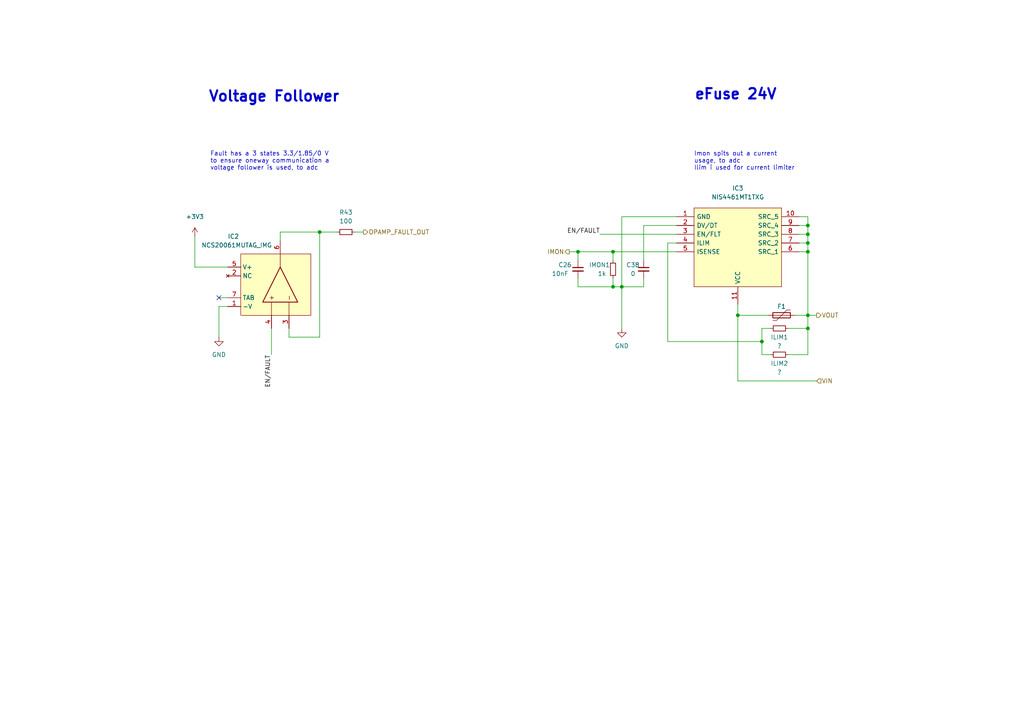
<source format=kicad_sch>
(kicad_sch (version 20211123) (generator eeschema)

  (uuid a0660fa4-01a0-4f10-a8d0-61502bba1330)

  (paper "A4")

  (lib_symbols
    (symbol "Device:C_Small" (pin_numbers hide) (pin_names (offset 0.254) hide) (in_bom yes) (on_board yes)
      (property "Reference" "C" (id 0) (at 0.254 1.778 0)
        (effects (font (size 1.27 1.27)) (justify left))
      )
      (property "Value" "C_Small" (id 1) (at 0.254 -2.032 0)
        (effects (font (size 1.27 1.27)) (justify left))
      )
      (property "Footprint" "" (id 2) (at 0 0 0)
        (effects (font (size 1.27 1.27)) hide)
      )
      (property "Datasheet" "~" (id 3) (at 0 0 0)
        (effects (font (size 1.27 1.27)) hide)
      )
      (property "ki_keywords" "capacitor cap" (id 4) (at 0 0 0)
        (effects (font (size 1.27 1.27)) hide)
      )
      (property "ki_description" "Unpolarized capacitor, small symbol" (id 5) (at 0 0 0)
        (effects (font (size 1.27 1.27)) hide)
      )
      (property "ki_fp_filters" "C_*" (id 6) (at 0 0 0)
        (effects (font (size 1.27 1.27)) hide)
      )
      (symbol "C_Small_0_1"
        (polyline
          (pts
            (xy -1.524 -0.508)
            (xy 1.524 -0.508)
          )
          (stroke (width 0.3302) (type default) (color 0 0 0 0))
          (fill (type none))
        )
        (polyline
          (pts
            (xy -1.524 0.508)
            (xy 1.524 0.508)
          )
          (stroke (width 0.3048) (type default) (color 0 0 0 0))
          (fill (type none))
        )
      )
      (symbol "C_Small_1_1"
        (pin passive line (at 0 2.54 270) (length 2.032)
          (name "~" (effects (font (size 1.27 1.27))))
          (number "1" (effects (font (size 1.27 1.27))))
        )
        (pin passive line (at 0 -2.54 90) (length 2.032)
          (name "~" (effects (font (size 1.27 1.27))))
          (number "2" (effects (font (size 1.27 1.27))))
        )
      )
    )
    (symbol "Device:Polyfuse" (pin_numbers hide) (pin_names (offset 0)) (in_bom yes) (on_board yes)
      (property "Reference" "F" (id 0) (at -2.54 0 90)
        (effects (font (size 1.27 1.27)))
      )
      (property "Value" "Polyfuse" (id 1) (at 2.54 0 90)
        (effects (font (size 1.27 1.27)))
      )
      (property "Footprint" "" (id 2) (at 1.27 -5.08 0)
        (effects (font (size 1.27 1.27)) (justify left) hide)
      )
      (property "Datasheet" "~" (id 3) (at 0 0 0)
        (effects (font (size 1.27 1.27)) hide)
      )
      (property "ki_keywords" "resettable fuse PTC PPTC polyfuse polyswitch" (id 4) (at 0 0 0)
        (effects (font (size 1.27 1.27)) hide)
      )
      (property "ki_description" "Resettable fuse, polymeric positive temperature coefficient" (id 5) (at 0 0 0)
        (effects (font (size 1.27 1.27)) hide)
      )
      (property "ki_fp_filters" "*polyfuse* *PTC*" (id 6) (at 0 0 0)
        (effects (font (size 1.27 1.27)) hide)
      )
      (symbol "Polyfuse_0_1"
        (rectangle (start -0.762 2.54) (end 0.762 -2.54)
          (stroke (width 0.254) (type default) (color 0 0 0 0))
          (fill (type none))
        )
        (polyline
          (pts
            (xy 0 2.54)
            (xy 0 -2.54)
          )
          (stroke (width 0) (type default) (color 0 0 0 0))
          (fill (type none))
        )
        (polyline
          (pts
            (xy -1.524 2.54)
            (xy -1.524 1.524)
            (xy 1.524 -1.524)
            (xy 1.524 -2.54)
          )
          (stroke (width 0) (type default) (color 0 0 0 0))
          (fill (type none))
        )
      )
      (symbol "Polyfuse_1_1"
        (pin passive line (at 0 3.81 270) (length 1.27)
          (name "~" (effects (font (size 1.27 1.27))))
          (number "1" (effects (font (size 1.27 1.27))))
        )
        (pin passive line (at 0 -3.81 90) (length 1.27)
          (name "~" (effects (font (size 1.27 1.27))))
          (number "2" (effects (font (size 1.27 1.27))))
        )
      )
    )
    (symbol "Device:R_Small" (pin_numbers hide) (pin_names (offset 0.254) hide) (in_bom yes) (on_board yes)
      (property "Reference" "R" (id 0) (at 0.762 0.508 0)
        (effects (font (size 1.27 1.27)) (justify left))
      )
      (property "Value" "R_Small" (id 1) (at 0.762 -1.016 0)
        (effects (font (size 1.27 1.27)) (justify left))
      )
      (property "Footprint" "" (id 2) (at 0 0 0)
        (effects (font (size 1.27 1.27)) hide)
      )
      (property "Datasheet" "~" (id 3) (at 0 0 0)
        (effects (font (size 1.27 1.27)) hide)
      )
      (property "ki_keywords" "R resistor" (id 4) (at 0 0 0)
        (effects (font (size 1.27 1.27)) hide)
      )
      (property "ki_description" "Resistor, small symbol" (id 5) (at 0 0 0)
        (effects (font (size 1.27 1.27)) hide)
      )
      (property "ki_fp_filters" "R_*" (id 6) (at 0 0 0)
        (effects (font (size 1.27 1.27)) hide)
      )
      (symbol "R_Small_0_1"
        (rectangle (start -0.762 1.778) (end 0.762 -1.778)
          (stroke (width 0.2032) (type default) (color 0 0 0 0))
          (fill (type none))
        )
      )
      (symbol "R_Small_1_1"
        (pin passive line (at 0 2.54 270) (length 0.762)
          (name "~" (effects (font (size 1.27 1.27))))
          (number "1" (effects (font (size 1.27 1.27))))
        )
        (pin passive line (at 0 -2.54 90) (length 0.762)
          (name "~" (effects (font (size 1.27 1.27))))
          (number "2" (effects (font (size 1.27 1.27))))
        )
      )
    )
    (symbol "NCS20061MUTAG:NCS20061MUTAG_IMG" (in_bom yes) (on_board yes)
      (property "Reference" "IC" (id 0) (at -11.43 -2.54 0)
        (effects (font (size 1.27 1.27)))
      )
      (property "Value" "NCS20061MUTAG_IMG" (id 1) (at -11.43 -5.08 0)
        (effects (font (size 1.27 1.27)))
      )
      (property "Footprint" "NCS20061MUTAG:SON50P160X160X55-7N" (id 2) (at 26.67 -5.08 0)
        (effects (font (size 1.27 1.27)) hide)
      )
      (property "Datasheet" "" (id 3) (at 1.27 -6.35 0)
        (effects (font (size 1.27 1.27)) hide)
      )
      (symbol "NCS20061MUTAG_IMG_0_0"
        (rectangle (start -10.16 -8.89) (end 10.16 -26.67)
          (stroke (width 0) (type default) (color 0 0 0 0))
          (fill (type background))
        )
        (polyline
          (pts
            (xy -1.27 -22.86)
            (xy -1.27 -26.67)
          )
          (stroke (width 0) (type default) (color 0 0 0 0))
          (fill (type none))
        )
        (polyline
          (pts
            (xy 1.27 -12.7)
            (xy 1.27 -8.89)
          )
          (stroke (width 0) (type default) (color 0 0 0 0))
          (fill (type none))
        )
        (polyline
          (pts
            (xy 3.81 -22.86)
            (xy 3.81 -26.67)
          )
          (stroke (width 0) (type default) (color 0 0 0 0))
          (fill (type none))
        )
        (text "+" (at -1.27 -21.59 900)
          (effects (font (size 1.27 1.27)))
        )
        (text "-" (at 3.81 -21.59 900)
          (effects (font (size 1.27 1.27)))
        )
      )
      (symbol "NCS20061MUTAG_IMG_0_1"
        (polyline
          (pts
            (xy 1.27 -12.7)
            (xy -3.81 -22.86)
            (xy 6.35 -22.86)
            (xy 1.27 -12.7)
          )
          (stroke (width 0.254) (type default) (color 0 0 0 0))
          (fill (type background))
        )
      )
      (symbol "NCS20061MUTAG_IMG_1_1"
        (pin power_in line (at -13.97 -24.13 0) (length 3.81)
          (name "-V" (effects (font (size 1.27 1.27))))
          (number "1" (effects (font (size 1.27 1.27))))
        )
        (pin no_connect line (at -13.97 -15.24 0) (length 3.81)
          (name "NC" (effects (font (size 1.27 1.27))))
          (number "2" (effects (font (size 1.27 1.27))))
        )
        (pin input line (at 3.81 -30.48 90) (length 3.81)
          (name "" (effects (font (size 1.27 1.27))))
          (number "3" (effects (font (size 1.27 1.27))))
        )
        (pin input line (at -1.27 -30.48 90) (length 3.81)
          (name "" (effects (font (size 1.27 1.27))))
          (number "4" (effects (font (size 1.27 1.27))))
        )
        (pin power_in line (at -13.97 -12.7 0) (length 3.81)
          (name "V+" (effects (font (size 1.27 1.27))))
          (number "5" (effects (font (size 1.27 1.27))))
        )
        (pin output line (at 1.27 -5.08 270) (length 3.81)
          (name "~" (effects (font (size 1.27 1.27))))
          (number "6" (effects (font (size 1.27 1.27))))
        )
        (pin free line (at -13.97 -21.59 0) (length 3.81)
          (name "TAB" (effects (font (size 1.27 1.27))))
          (number "7" (effects (font (size 1.27 1.27))))
        )
      )
    )
    (symbol "NIS4461MT1TXG:NIS4461MT1TXG" (pin_names (offset 0.762)) (in_bom yes) (on_board yes)
      (property "Reference" "IC3" (id 0) (at 17.78 8.255 0)
        (effects (font (size 1.27 1.27)))
      )
      (property "Value" "NIS4461MT1TXG" (id 1) (at 17.78 5.715 0)
        (effects (font (size 1.27 1.27)))
      )
      (property "Footprint" "NIS4461MT1TXG:SON50P300X300X80-11N" (id 2) (at 31.75 2.54 0)
        (effects (font (size 1.27 1.27)) (justify left) hide)
      )
      (property "Datasheet" "https://www.onsemi.com/pdf/datasheet/nis4461-d.pdf" (id 3) (at 31.75 0 0)
        (effects (font (size 1.27 1.27)) (justify left) hide)
      )
      (property "Description" "ON SEMICONDUCTOR - NIS4461MT1TXG - Electronic Fuse, 9 V to 24 V, Fan & Hard Drives/Industrial/Handheld Devices, WDFN-EP, 10Pin" (id 4) (at 31.75 -2.54 0)
        (effects (font (size 1.27 1.27)) (justify left) hide)
      )
      (property "Height" "0.8" (id 5) (at 31.75 -5.08 0)
        (effects (font (size 1.27 1.27)) (justify left) hide)
      )
      (property "Mouser Part Number" "863-NIS4461MT1TXG" (id 6) (at 31.75 -7.62 0)
        (effects (font (size 1.27 1.27)) (justify left) hide)
      )
      (property "Mouser Price/Stock" "https://www.mouser.co.uk/ProductDetail/onsemi/NIS4461MT1TXG?qs=HBWAp0VN4RguQGKW17n5sA%3D%3D" (id 7) (at 31.75 -10.16 0)
        (effects (font (size 1.27 1.27)) (justify left) hide)
      )
      (property "Manufacturer_Name" "onsemi" (id 8) (at 31.75 -12.7 0)
        (effects (font (size 1.27 1.27)) (justify left) hide)
      )
      (property "Manufacturer_Part_Number" "NIS4461MT1TXG" (id 9) (at 31.75 -15.24 0)
        (effects (font (size 1.27 1.27)) (justify left) hide)
      )
      (symbol "NIS4461MT1TXG_0_0"
        (pin passive line (at 0 0 0) (length 5.08)
          (name "GND" (effects (font (size 1.27 1.27))))
          (number "1" (effects (font (size 1.27 1.27))))
        )
        (pin passive line (at 35.56 0 180) (length 5.08)
          (name "SRC_5" (effects (font (size 1.27 1.27))))
          (number "10" (effects (font (size 1.27 1.27))))
        )
        (pin passive line (at 17.78 -25.4 90) (length 5.08)
          (name "VCC" (effects (font (size 1.27 1.27))))
          (number "11" (effects (font (size 1.27 1.27))))
        )
        (pin passive line (at 0 -2.54 0) (length 5.08)
          (name "DV/DT" (effects (font (size 1.27 1.27))))
          (number "2" (effects (font (size 1.27 1.27))))
        )
        (pin passive line (at 0 -5.08 0) (length 5.08)
          (name "EN/FLT" (effects (font (size 1.27 1.27))))
          (number "3" (effects (font (size 1.27 1.27))))
        )
        (pin passive line (at 0 -7.62 0) (length 5.08)
          (name "ILIM" (effects (font (size 1.27 1.27))))
          (number "4" (effects (font (size 1.27 1.27))))
        )
        (pin passive line (at 0 -10.16 0) (length 5.08)
          (name "ISENSE" (effects (font (size 1.27 1.27))))
          (number "5" (effects (font (size 1.27 1.27))))
        )
        (pin passive line (at 35.56 -10.16 180) (length 5.08)
          (name "SRC_1" (effects (font (size 1.27 1.27))))
          (number "6" (effects (font (size 1.27 1.27))))
        )
        (pin passive line (at 35.56 -7.62 180) (length 5.08)
          (name "SRC_2" (effects (font (size 1.27 1.27))))
          (number "7" (effects (font (size 1.27 1.27))))
        )
        (pin passive line (at 35.56 -5.08 180) (length 5.08)
          (name "SRC_3" (effects (font (size 1.27 1.27))))
          (number "8" (effects (font (size 1.27 1.27))))
        )
        (pin passive line (at 35.56 -2.54 180) (length 5.08)
          (name "SRC_4" (effects (font (size 1.27 1.27))))
          (number "9" (effects (font (size 1.27 1.27))))
        )
      )
      (symbol "NIS4461MT1TXG_0_1"
        (polyline
          (pts
            (xy 5.08 2.54)
            (xy 30.48 2.54)
            (xy 30.48 -20.32)
            (xy 5.08 -20.32)
            (xy 5.08 2.54)
          )
          (stroke (width 0.1524) (type default) (color 0 0 0 0))
          (fill (type background))
        )
      )
    )
    (symbol "power:+3.3V" (power) (pin_names (offset 0)) (in_bom yes) (on_board yes)
      (property "Reference" "#PWR" (id 0) (at 0 -3.81 0)
        (effects (font (size 1.27 1.27)) hide)
      )
      (property "Value" "+3.3V" (id 1) (at 0 3.556 0)
        (effects (font (size 1.27 1.27)))
      )
      (property "Footprint" "" (id 2) (at 0 0 0)
        (effects (font (size 1.27 1.27)) hide)
      )
      (property "Datasheet" "" (id 3) (at 0 0 0)
        (effects (font (size 1.27 1.27)) hide)
      )
      (property "ki_keywords" "power-flag" (id 4) (at 0 0 0)
        (effects (font (size 1.27 1.27)) hide)
      )
      (property "ki_description" "Power symbol creates a global label with name \"+3.3V\"" (id 5) (at 0 0 0)
        (effects (font (size 1.27 1.27)) hide)
      )
      (symbol "+3.3V_0_1"
        (polyline
          (pts
            (xy -0.762 1.27)
            (xy 0 2.54)
          )
          (stroke (width 0) (type default) (color 0 0 0 0))
          (fill (type none))
        )
        (polyline
          (pts
            (xy 0 0)
            (xy 0 2.54)
          )
          (stroke (width 0) (type default) (color 0 0 0 0))
          (fill (type none))
        )
        (polyline
          (pts
            (xy 0 2.54)
            (xy 0.762 1.27)
          )
          (stroke (width 0) (type default) (color 0 0 0 0))
          (fill (type none))
        )
      )
      (symbol "+3.3V_1_1"
        (pin power_in line (at 0 0 90) (length 0) hide
          (name "+3V3" (effects (font (size 1.27 1.27))))
          (number "1" (effects (font (size 1.27 1.27))))
        )
      )
    )
    (symbol "power:GND" (power) (pin_names (offset 0)) (in_bom yes) (on_board yes)
      (property "Reference" "#PWR" (id 0) (at 0 -6.35 0)
        (effects (font (size 1.27 1.27)) hide)
      )
      (property "Value" "GND" (id 1) (at 0 -3.81 0)
        (effects (font (size 1.27 1.27)))
      )
      (property "Footprint" "" (id 2) (at 0 0 0)
        (effects (font (size 1.27 1.27)) hide)
      )
      (property "Datasheet" "" (id 3) (at 0 0 0)
        (effects (font (size 1.27 1.27)) hide)
      )
      (property "ki_keywords" "power-flag" (id 4) (at 0 0 0)
        (effects (font (size 1.27 1.27)) hide)
      )
      (property "ki_description" "Power symbol creates a global label with name \"GND\" , ground" (id 5) (at 0 0 0)
        (effects (font (size 1.27 1.27)) hide)
      )
      (symbol "GND_0_1"
        (polyline
          (pts
            (xy 0 0)
            (xy 0 -1.27)
            (xy 1.27 -1.27)
            (xy 0 -2.54)
            (xy -1.27 -1.27)
            (xy 0 -1.27)
          )
          (stroke (width 0) (type default) (color 0 0 0 0))
          (fill (type none))
        )
      )
      (symbol "GND_1_1"
        (pin power_in line (at 0 0 270) (length 0) hide
          (name "GND" (effects (font (size 1.27 1.27))))
          (number "1" (effects (font (size 1.27 1.27))))
        )
      )
    )
  )

  (junction (at 220.98 99.06) (diameter 0) (color 0 0 0 0)
    (uuid 0d2598a7-bb4d-4fb8-a8a2-328a65b403dc)
  )
  (junction (at 92.71 67.31) (diameter 0) (color 0 0 0 0)
    (uuid 19a24da4-1126-4bf8-9e94-b36ed2877276)
  )
  (junction (at 234.315 73.025) (diameter 0) (color 0 0 0 0)
    (uuid 256831f9-7a21-4abb-9fc1-18cf15e7865d)
  )
  (junction (at 234.315 91.44) (diameter 0) (color 0 0 0 0)
    (uuid 3af321b9-dc67-40e5-b360-3fbbe55a8554)
  )
  (junction (at 234.315 67.945) (diameter 0) (color 0 0 0 0)
    (uuid 448093fa-ec1d-4099-97a3-1872882cbf1c)
  )
  (junction (at 213.995 91.44) (diameter 0) (color 0 0 0 0)
    (uuid 56696bf6-741c-4b3b-ac9c-4e8f6e6419c8)
  )
  (junction (at 234.315 70.485) (diameter 0) (color 0 0 0 0)
    (uuid 76d03381-44c5-4eb4-8888-dbecbf5e07d0)
  )
  (junction (at 177.8 73.025) (diameter 0) (color 0 0 0 0)
    (uuid 7800ac3e-ab52-4dae-8ae0-3d5cf7e6377e)
  )
  (junction (at 234.315 65.405) (diameter 0) (color 0 0 0 0)
    (uuid ad46e810-425b-4666-9b0e-2ab264f817b7)
  )
  (junction (at 167.64 73.025) (diameter 0) (color 0 0 0 0)
    (uuid bd9ea354-1bb0-4818-8c81-f395183c3162)
  )
  (junction (at 234.315 95.25) (diameter 0) (color 0 0 0 0)
    (uuid caf4f616-f187-4f7a-afdb-fbb214dfdee3)
  )
  (junction (at 177.8 83.185) (diameter 0) (color 0 0 0 0)
    (uuid cd3607fc-53e7-4d3b-89de-45e28c919bc9)
  )
  (junction (at 180.34 83.185) (diameter 0) (color 0 0 0 0)
    (uuid fc947c99-39b2-4e5c-9125-e485ec5c0010)
  )

  (no_connect (at 63.5 86.36) (uuid 3928bcca-faa1-45ce-a6a2-eab031479b23))

  (wire (pts (xy 92.71 67.31) (xy 97.79 67.31))
    (stroke (width 0) (type default) (color 0 0 0 0))
    (uuid 0a3adf4b-f92e-4fcf-890b-319bdf8bfa18)
  )
  (wire (pts (xy 231.775 73.025) (xy 234.315 73.025))
    (stroke (width 0) (type default) (color 0 0 0 0))
    (uuid 0c179450-54d8-4ff2-97b0-d432cf0bdcd3)
  )
  (wire (pts (xy 234.315 95.25) (xy 234.315 91.44))
    (stroke (width 0) (type default) (color 0 0 0 0))
    (uuid 0c3b9a8a-4cd6-4833-add8-baa27a3a3706)
  )
  (wire (pts (xy 167.64 80.645) (xy 167.64 83.185))
    (stroke (width 0) (type default) (color 0 0 0 0))
    (uuid 0cd658ae-23be-4573-9818-7ba174ee8b17)
  )
  (wire (pts (xy 56.515 77.47) (xy 66.04 77.47))
    (stroke (width 0) (type default) (color 0 0 0 0))
    (uuid 0da55ec2-1f30-4da6-ae70-a46ac4ea654c)
  )
  (wire (pts (xy 102.87 67.31) (xy 105.41 67.31))
    (stroke (width 0) (type default) (color 0 0 0 0))
    (uuid 111ecaa8-6e53-4520-9bff-5d443e55c995)
  )
  (wire (pts (xy 231.775 65.405) (xy 234.315 65.405))
    (stroke (width 0) (type default) (color 0 0 0 0))
    (uuid 115dd436-1949-47a7-b049-155b36a5d417)
  )
  (wire (pts (xy 228.6 95.25) (xy 234.315 95.25))
    (stroke (width 0) (type default) (color 0 0 0 0))
    (uuid 12e709cf-1dcb-410d-9b6f-21e97a41650f)
  )
  (wire (pts (xy 180.34 62.865) (xy 180.34 83.185))
    (stroke (width 0) (type default) (color 0 0 0 0))
    (uuid 1cbabf1a-fbc2-4ec7-a6b7-7f847d7fda33)
  )
  (wire (pts (xy 56.515 68.58) (xy 56.515 77.47))
    (stroke (width 0) (type default) (color 0 0 0 0))
    (uuid 1e1f2265-9793-4bf7-bed6-5f1542622f28)
  )
  (wire (pts (xy 234.315 70.485) (xy 234.315 73.025))
    (stroke (width 0) (type default) (color 0 0 0 0))
    (uuid 21c00ea2-6216-4cac-a54f-94e0acda91a2)
  )
  (wire (pts (xy 220.98 102.87) (xy 223.52 102.87))
    (stroke (width 0) (type default) (color 0 0 0 0))
    (uuid 3adf33c5-6eb1-4906-ab12-6689035fe9a5)
  )
  (wire (pts (xy 186.69 65.405) (xy 196.215 65.405))
    (stroke (width 0) (type default) (color 0 0 0 0))
    (uuid 3b5bab86-db64-4626-8cbe-cf114def0d00)
  )
  (wire (pts (xy 177.8 73.025) (xy 177.8 75.565))
    (stroke (width 0) (type default) (color 0 0 0 0))
    (uuid 438f1655-9049-4a1c-9b2a-6afbb447ed14)
  )
  (wire (pts (xy 78.74 95.25) (xy 78.74 102.87))
    (stroke (width 0) (type default) (color 0 0 0 0))
    (uuid 48f59202-3209-4a8c-b386-8b8e716111e3)
  )
  (wire (pts (xy 81.28 67.31) (xy 81.28 69.85))
    (stroke (width 0) (type default) (color 0 0 0 0))
    (uuid 49fc522b-0a3f-48fe-bb5c-4d5a93a43ca8)
  )
  (wire (pts (xy 234.315 91.44) (xy 236.855 91.44))
    (stroke (width 0) (type default) (color 0 0 0 0))
    (uuid 4d40d532-3e0e-498e-b7a1-b0970d2d1482)
  )
  (wire (pts (xy 231.775 70.485) (xy 234.315 70.485))
    (stroke (width 0) (type default) (color 0 0 0 0))
    (uuid 50f68737-34ea-4bb8-818f-bbad87bdd756)
  )
  (wire (pts (xy 180.34 62.865) (xy 196.215 62.865))
    (stroke (width 0) (type default) (color 0 0 0 0))
    (uuid 55954ab8-1c3e-497d-8754-aae8f7c088ea)
  )
  (wire (pts (xy 63.5 86.36) (xy 66.04 86.36))
    (stroke (width 0) (type default) (color 0 0 0 0))
    (uuid 5a3a24e1-2b1f-4cbe-b8ae-fcf651ccf93d)
  )
  (wire (pts (xy 186.69 65.405) (xy 186.69 75.565))
    (stroke (width 0) (type default) (color 0 0 0 0))
    (uuid 5b44e55a-6d59-48b0-a202-d89f178f7a7e)
  )
  (wire (pts (xy 213.995 91.44) (xy 213.995 110.49))
    (stroke (width 0) (type default) (color 0 0 0 0))
    (uuid 5be899a8-1da9-4b0d-8e74-1a91b52629fb)
  )
  (wire (pts (xy 177.8 80.645) (xy 177.8 83.185))
    (stroke (width 0) (type default) (color 0 0 0 0))
    (uuid 5fd30a4e-76cc-42e0-b72d-b3ec6a50cd38)
  )
  (wire (pts (xy 213.995 88.265) (xy 213.995 91.44))
    (stroke (width 0) (type default) (color 0 0 0 0))
    (uuid 60595cb6-d8a8-484d-990d-d77c68c04af5)
  )
  (wire (pts (xy 193.675 70.485) (xy 196.215 70.485))
    (stroke (width 0) (type default) (color 0 0 0 0))
    (uuid 6813ed27-5cb0-4213-8491-6d2d8ec21899)
  )
  (wire (pts (xy 66.04 88.9) (xy 63.5 88.9))
    (stroke (width 0) (type default) (color 0 0 0 0))
    (uuid 6a5cf5bc-d62a-4e2f-967e-42cb037bb9e5)
  )
  (wire (pts (xy 220.98 95.25) (xy 223.52 95.25))
    (stroke (width 0) (type default) (color 0 0 0 0))
    (uuid 6cdaa852-b9bf-422b-997f-585fbe563d4f)
  )
  (wire (pts (xy 167.64 75.565) (xy 167.64 73.025))
    (stroke (width 0) (type default) (color 0 0 0 0))
    (uuid 6e0bbe42-6ec7-439e-a7b4-887859f541c5)
  )
  (wire (pts (xy 167.64 83.185) (xy 177.8 83.185))
    (stroke (width 0) (type default) (color 0 0 0 0))
    (uuid 717704d2-7bda-4514-9740-ef46b2415e01)
  )
  (wire (pts (xy 231.775 62.865) (xy 234.315 62.865))
    (stroke (width 0) (type default) (color 0 0 0 0))
    (uuid 72596061-10b6-4970-9b60-6e3ac55a457e)
  )
  (wire (pts (xy 234.315 102.87) (xy 234.315 95.25))
    (stroke (width 0) (type default) (color 0 0 0 0))
    (uuid 73a1f466-eda1-4a24-9138-143adb38dd98)
  )
  (wire (pts (xy 234.315 62.865) (xy 234.315 65.405))
    (stroke (width 0) (type default) (color 0 0 0 0))
    (uuid 7a9b8fc8-51c0-490f-b150-38b4e7f7d75f)
  )
  (wire (pts (xy 165.1 73.025) (xy 167.64 73.025))
    (stroke (width 0) (type default) (color 0 0 0 0))
    (uuid 7c74eee7-35bd-4675-a318-8931ea5a9c4d)
  )
  (wire (pts (xy 180.34 83.185) (xy 180.34 95.25))
    (stroke (width 0) (type default) (color 0 0 0 0))
    (uuid 82cc1990-d7ed-4bba-8965-6ebdb4efc521)
  )
  (wire (pts (xy 83.82 95.25) (xy 83.82 97.79))
    (stroke (width 0) (type default) (color 0 0 0 0))
    (uuid 88d56026-865c-410d-b258-3ec29b48b5ba)
  )
  (wire (pts (xy 213.995 91.44) (xy 222.885 91.44))
    (stroke (width 0) (type default) (color 0 0 0 0))
    (uuid 8edb0b37-5254-489b-ad69-3cebc97f4300)
  )
  (wire (pts (xy 83.82 97.79) (xy 92.71 97.79))
    (stroke (width 0) (type default) (color 0 0 0 0))
    (uuid 93b7371a-e500-4320-bfe3-0c7587c225e1)
  )
  (wire (pts (xy 92.71 67.31) (xy 81.28 67.31))
    (stroke (width 0) (type default) (color 0 0 0 0))
    (uuid 993cdc61-be29-4ac2-a3ca-feb8f8b6ec57)
  )
  (wire (pts (xy 228.6 102.87) (xy 234.315 102.87))
    (stroke (width 0) (type default) (color 0 0 0 0))
    (uuid 9d9824d5-4b8a-47cb-8d92-223ebc595e33)
  )
  (wire (pts (xy 167.64 73.025) (xy 177.8 73.025))
    (stroke (width 0) (type default) (color 0 0 0 0))
    (uuid a8a818e4-ef77-4db3-a3ef-52bad7ed4550)
  )
  (wire (pts (xy 220.98 99.06) (xy 220.98 95.25))
    (stroke (width 0) (type default) (color 0 0 0 0))
    (uuid b3f42e6c-d030-40e0-aa88-1b63d5c4a684)
  )
  (wire (pts (xy 230.505 91.44) (xy 234.315 91.44))
    (stroke (width 0) (type default) (color 0 0 0 0))
    (uuid b409134b-3214-4a23-b2f9-f01190236b76)
  )
  (wire (pts (xy 92.71 97.79) (xy 92.71 67.31))
    (stroke (width 0) (type default) (color 0 0 0 0))
    (uuid ba193c99-33e1-466c-81d0-886ce25ee554)
  )
  (wire (pts (xy 173.99 67.945) (xy 196.215 67.945))
    (stroke (width 0) (type default) (color 0 0 0 0))
    (uuid bcedd2a2-aba7-4d22-93d3-18dea54598ce)
  )
  (wire (pts (xy 177.8 73.025) (xy 196.215 73.025))
    (stroke (width 0) (type default) (color 0 0 0 0))
    (uuid be9b78f2-4fda-48c3-a174-a558eb49cefc)
  )
  (wire (pts (xy 220.98 99.06) (xy 193.675 99.06))
    (stroke (width 0) (type default) (color 0 0 0 0))
    (uuid c279ee5a-d0c7-4714-b60b-c319e4d6a479)
  )
  (wire (pts (xy 180.34 83.185) (xy 177.8 83.185))
    (stroke (width 0) (type default) (color 0 0 0 0))
    (uuid cab89eaa-7b9e-4faf-83fc-e32cf6fe3587)
  )
  (wire (pts (xy 193.675 70.485) (xy 193.675 99.06))
    (stroke (width 0) (type default) (color 0 0 0 0))
    (uuid d513ba78-2b0f-434b-a48a-4ae264079808)
  )
  (wire (pts (xy 220.98 99.06) (xy 220.98 102.87))
    (stroke (width 0) (type default) (color 0 0 0 0))
    (uuid db187efd-f13c-4eec-9933-b000b336ca29)
  )
  (wire (pts (xy 234.315 65.405) (xy 234.315 67.945))
    (stroke (width 0) (type default) (color 0 0 0 0))
    (uuid dd921fa8-8fe6-4e59-b4e4-dd739cb0a5e4)
  )
  (wire (pts (xy 234.315 67.945) (xy 234.315 70.485))
    (stroke (width 0) (type default) (color 0 0 0 0))
    (uuid de8cdaa1-7cd5-4422-b524-9fbd1a4079f5)
  )
  (wire (pts (xy 231.775 67.945) (xy 234.315 67.945))
    (stroke (width 0) (type default) (color 0 0 0 0))
    (uuid e2e530bf-e70d-4430-84ff-a84dd1cdbbb3)
  )
  (wire (pts (xy 186.69 80.645) (xy 186.69 83.185))
    (stroke (width 0) (type default) (color 0 0 0 0))
    (uuid e2e635ca-5c3d-424e-a610-86c2f6ad3d48)
  )
  (wire (pts (xy 180.34 83.185) (xy 186.69 83.185))
    (stroke (width 0) (type default) (color 0 0 0 0))
    (uuid e4d10424-bc6a-4656-b050-2510635b4291)
  )
  (wire (pts (xy 63.5 88.9) (xy 63.5 97.79))
    (stroke (width 0) (type default) (color 0 0 0 0))
    (uuid e6b8051b-6004-4610-a7f1-c23d1643fbc4)
  )
  (wire (pts (xy 234.315 91.44) (xy 234.315 73.025))
    (stroke (width 0) (type default) (color 0 0 0 0))
    (uuid e98182ca-2c38-4a92-8336-56607e2bc651)
  )
  (wire (pts (xy 213.995 110.49) (xy 236.855 110.49))
    (stroke (width 0) (type default) (color 0 0 0 0))
    (uuid f7cf98aa-6cee-4fad-82a6-496ddba3b965)
  )

  (text "eFuse 24V" (at 201.295 29.21 0)
    (effects (font (size 3 3) bold) (justify left bottom))
    (uuid 93006a54-5ed4-475e-850c-d3a524d05f62)
  )
  (text "Fault has a 3 states 3.3/1.85/0 V\nto ensure oneway communication a\nvoltage follower is used, to adc"
    (at 60.96 49.53 0)
    (effects (font (size 1.27 1.27)) (justify left bottom))
    (uuid ab6c101d-34d6-44e8-9e34-586342af67d4)
  )
  (text "Voltage Follower" (at 60.325 29.845 0)
    (effects (font (size 3 3) bold) (justify left bottom))
    (uuid b902a1c3-077a-423f-83d4-d0881e6212fe)
  )
  (text "Imon spits out a current\nusage, to adc\nIlim i used for current limiter"
    (at 201.295 49.53 0)
    (effects (font (size 1.27 1.27)) (justify left bottom))
    (uuid d05879a8-583f-42a2-ad2f-f6ff867f8da4)
  )

  (label "EN{slash}FAULT" (at 173.99 67.945 180)
    (effects (font (size 1.27 1.27)) (justify right bottom))
    (uuid 246d6075-f68b-4661-87bf-649c9301269c)
  )
  (label "EN{slash}FAULT" (at 78.74 102.87 270)
    (effects (font (size 1.27 1.27)) (justify right bottom))
    (uuid a7e1a269-7bba-4609-bf53-27258de2278c)
  )

  (hierarchical_label "VOUT" (shape output) (at 236.855 91.44 0)
    (effects (font (size 1.27 1.27)) (justify left))
    (uuid 77a2c52d-591c-4cda-83c9-2f82cb81dd82)
  )
  (hierarchical_label "OPAMP_FAULT_OUT" (shape output) (at 105.41 67.31 0)
    (effects (font (size 1.27 1.27)) (justify left))
    (uuid 90605c45-f95e-46a1-8d69-2d55abc65492)
  )
  (hierarchical_label "IMON" (shape output) (at 165.1 73.025 180)
    (effects (font (size 1.27 1.27)) (justify right))
    (uuid 9b2b4ed4-7aba-4f31-9e64-f0f8c1fea3ee)
  )
  (hierarchical_label "VIN" (shape input) (at 236.855 110.49 0)
    (effects (font (size 1.27 1.27)) (justify left))
    (uuid a9c8476b-d12b-42e0-b149-13d77f0db3f7)
  )

  (symbol (lib_id "Device:R_Small") (at 226.06 95.25 270) (unit 1)
    (in_bom yes) (on_board yes)
    (uuid 01a58484-3044-4b5f-857e-47f49e168a70)
    (property "Reference" "ILIM1" (id 0) (at 226.06 97.79 90))
    (property "Value" "?" (id 1) (at 226.06 100.33 90))
    (property "Footprint" "Resistor_SMD:R_0603_1608Metric" (id 2) (at 226.06 95.25 0)
      (effects (font (size 1.27 1.27)) hide)
    )
    (property "Datasheet" "~" (id 3) (at 226.06 95.25 0)
      (effects (font (size 1.27 1.27)) hide)
    )
    (pin "1" (uuid 383cf6bb-6637-48e2-8684-f93f6f6013c9))
    (pin "2" (uuid e949aa6d-9978-4fe7-96f6-fdcb30f61786))
  )

  (symbol (lib_id "power:GND") (at 63.5 97.79 0) (unit 1)
    (in_bom yes) (on_board yes) (fields_autoplaced)
    (uuid 04b5b071-9e8b-4e21-b4a1-2e50966fc114)
    (property "Reference" "#PWR0123" (id 0) (at 63.5 104.14 0)
      (effects (font (size 1.27 1.27)) hide)
    )
    (property "Value" "GND" (id 1) (at 63.5 102.87 0))
    (property "Footprint" "" (id 2) (at 63.5 97.79 0)
      (effects (font (size 1.27 1.27)) hide)
    )
    (property "Datasheet" "" (id 3) (at 63.5 97.79 0)
      (effects (font (size 1.27 1.27)) hide)
    )
    (pin "1" (uuid dace85df-ae2b-4be9-b76b-16633b703a0f))
  )

  (symbol (lib_id "Device:R_Small") (at 226.06 102.87 270) (unit 1)
    (in_bom yes) (on_board yes)
    (uuid 0859a698-8ba2-4f1f-ae12-b881b66cd4fa)
    (property "Reference" "ILIM2" (id 0) (at 226.06 105.41 90))
    (property "Value" "?" (id 1) (at 226.06 107.95 90))
    (property "Footprint" "Resistor_SMD:R_0603_1608Metric" (id 2) (at 226.06 102.87 0)
      (effects (font (size 1.27 1.27)) hide)
    )
    (property "Datasheet" "~" (id 3) (at 226.06 102.87 0)
      (effects (font (size 1.27 1.27)) hide)
    )
    (pin "1" (uuid ff466d11-746b-4f59-945b-fc24cba9d524))
    (pin "2" (uuid 764fcbe0-b8d6-4993-a703-a87e34b7ef22))
  )

  (symbol (lib_id "NIS4461MT1TXG:NIS4461MT1TXG") (at 196.215 62.865 0) (unit 1)
    (in_bom yes) (on_board yes) (fields_autoplaced)
    (uuid 123c77e5-13a8-44fc-8be2-75d83e06aaad)
    (property "Reference" "IC3" (id 0) (at 213.995 54.61 0))
    (property "Value" "NIS4461MT1TXG" (id 1) (at 213.995 57.15 0))
    (property "Footprint" "NIS4461MT1TXG:SON50P300X300X80-11N" (id 2) (at 227.965 60.325 0)
      (effects (font (size 1.27 1.27)) (justify left) hide)
    )
    (property "Datasheet" "https://www.onsemi.com/pdf/datasheet/nis4461-d.pdf" (id 3) (at 227.965 62.865 0)
      (effects (font (size 1.27 1.27)) (justify left) hide)
    )
    (property "Description" "ON SEMICONDUCTOR - NIS4461MT1TXG - Electronic Fuse, 9 V to 24 V, Fan & Hard Drives/Industrial/Handheld Devices, WDFN-EP, 10Pin" (id 4) (at 227.965 65.405 0)
      (effects (font (size 1.27 1.27)) (justify left) hide)
    )
    (property "Height" "0.8" (id 5) (at 227.965 67.945 0)
      (effects (font (size 1.27 1.27)) (justify left) hide)
    )
    (property "Mouser Part Number" "863-NIS4461MT1TXG" (id 6) (at 227.965 70.485 0)
      (effects (font (size 1.27 1.27)) (justify left) hide)
    )
    (property "Mouser Price/Stock" "https://www.mouser.co.uk/ProductDetail/onsemi/NIS4461MT1TXG?qs=HBWAp0VN4RguQGKW17n5sA%3D%3D" (id 7) (at 227.965 73.025 0)
      (effects (font (size 1.27 1.27)) (justify left) hide)
    )
    (property "Manufacturer_Name" "onsemi" (id 8) (at 227.965 75.565 0)
      (effects (font (size 1.27 1.27)) (justify left) hide)
    )
    (property "Manufacturer_Part_Number" "NIS4461MT1TXG" (id 9) (at 227.965 78.105 0)
      (effects (font (size 1.27 1.27)) (justify left) hide)
    )
    (pin "1" (uuid 2dbfd6cf-a86b-430b-a923-d5e5cbaf4673))
    (pin "10" (uuid 3e22790a-d50b-4aff-9583-4b19752b109c))
    (pin "11" (uuid f0fffd1b-68db-4605-96c2-76a26657d051))
    (pin "2" (uuid 205d10dc-a1dc-4e7d-a6d7-4cb87b73b150))
    (pin "3" (uuid 2d78d854-d6d4-4069-b1a9-775cb4873c68))
    (pin "4" (uuid 6878e6f6-024b-4c24-9acd-5e042711b0ab))
    (pin "5" (uuid a14e9781-012e-42c1-9100-fd0f6ee75f47))
    (pin "6" (uuid c8e27a79-f077-4588-b87b-cf407254c6d1))
    (pin "7" (uuid ecd6acec-5a00-4a66-a5a0-fb3798844f86))
    (pin "8" (uuid f34cd99f-cbce-487f-8651-51b1c1d05b4b))
    (pin "9" (uuid 7a57ff45-69dc-4a4f-934f-014466676dfe))
  )

  (symbol (lib_id "power:+3.3V") (at 56.515 68.58 0) (unit 1)
    (in_bom yes) (on_board yes) (fields_autoplaced)
    (uuid 1ea99f52-c55a-46f0-a338-c93cc928044b)
    (property "Reference" "#PWR0135" (id 0) (at 56.515 72.39 0)
      (effects (font (size 1.27 1.27)) hide)
    )
    (property "Value" "+3.3V" (id 1) (at 56.515 62.865 0))
    (property "Footprint" "" (id 2) (at 56.515 68.58 0)
      (effects (font (size 1.27 1.27)) hide)
    )
    (property "Datasheet" "" (id 3) (at 56.515 68.58 0)
      (effects (font (size 1.27 1.27)) hide)
    )
    (pin "1" (uuid 07a6329e-18a6-4e45-9d7d-0b101497bf1e))
  )

  (symbol (lib_id "Device:Polyfuse") (at 226.695 91.44 270) (unit 1)
    (in_bom yes) (on_board yes)
    (uuid 2448610c-f610-4f33-a6b5-78a14f47b69a)
    (property "Reference" "F1" (id 0) (at 226.695 88.9 90))
    (property "Value" "Polyfuse" (id 1) (at 226.695 88.0364 90)
      (effects (font (size 1.27 1.27)) hide)
    )
    (property "Footprint" "Fuse:Fuse_2010_5025Metric" (id 2) (at 221.615 92.71 0)
      (effects (font (size 1.27 1.27)) (justify left) hide)
    )
    (property "Datasheet" "~" (id 3) (at 226.695 91.44 0)
      (effects (font (size 1.27 1.27)) hide)
    )
    (pin "1" (uuid d4b73c49-0343-45e9-ad64-37536a848c0f))
    (pin "2" (uuid 8495ece0-e79d-415f-8d90-a8cb78ea4b3c))
  )

  (symbol (lib_id "Device:C_Small") (at 186.69 78.105 0) (unit 1)
    (in_bom yes) (on_board yes)
    (uuid 2aecea28-949d-4f3e-87f1-1b348611bf63)
    (property "Reference" "C38" (id 0) (at 181.61 76.835 0)
      (effects (font (size 1.27 1.27)) (justify left))
    )
    (property "Value" "0" (id 1) (at 182.88 79.375 0)
      (effects (font (size 1.27 1.27)) (justify left))
    )
    (property "Footprint" "Capacitor_SMD:C_0603_1608Metric" (id 2) (at 186.69 78.105 0)
      (effects (font (size 1.27 1.27)) hide)
    )
    (property "Datasheet" "~" (id 3) (at 186.69 78.105 0)
      (effects (font (size 1.27 1.27)) hide)
    )
    (pin "1" (uuid a7aba5f8-2f40-4c07-ab64-ed928f3bdf6d))
    (pin "2" (uuid 12214a59-1ac1-4f5b-bdcc-0b7bc03030ff))
  )

  (symbol (lib_id "Device:R_Small") (at 177.8 78.105 0) (unit 1)
    (in_bom yes) (on_board yes)
    (uuid 3a1f86e1-1553-4b9d-bc4c-5ea8df20113f)
    (property "Reference" "IMON1" (id 0) (at 170.815 76.835 0)
      (effects (font (size 1.27 1.27)) (justify left))
    )
    (property "Value" "1k" (id 1) (at 173.355 79.375 0)
      (effects (font (size 1.27 1.27)) (justify left))
    )
    (property "Footprint" "Resistor_SMD:R_0603_1608Metric" (id 2) (at 177.8 78.105 0)
      (effects (font (size 1.27 1.27)) hide)
    )
    (property "Datasheet" "~" (id 3) (at 177.8 78.105 0)
      (effects (font (size 1.27 1.27)) hide)
    )
    (pin "1" (uuid de12e4b6-4abf-41f1-97fe-8ead1a899cdd))
    (pin "2" (uuid 15a7500b-c1e1-4f93-94a1-59d5b34f39f4))
  )

  (symbol (lib_id "Device:C_Small") (at 167.64 78.105 0) (unit 1)
    (in_bom yes) (on_board yes)
    (uuid 6431600e-3b05-44a2-a1e2-9512f65632d2)
    (property "Reference" "C26" (id 0) (at 161.925 76.835 0)
      (effects (font (size 1.27 1.27)) (justify left))
    )
    (property "Value" "10nF" (id 1) (at 160.02 79.375 0)
      (effects (font (size 1.27 1.27)) (justify left))
    )
    (property "Footprint" "Capacitor_SMD:C_0603_1608Metric" (id 2) (at 167.64 78.105 0)
      (effects (font (size 1.27 1.27)) hide)
    )
    (property "Datasheet" "~" (id 3) (at 167.64 78.105 0)
      (effects (font (size 1.27 1.27)) hide)
    )
    (pin "1" (uuid fa3355b6-5993-421c-8444-eb850bd637e1))
    (pin "2" (uuid 9d69f4e5-f3a0-4e03-bca4-8ae8326410fd))
  )

  (symbol (lib_id "NCS20061MUTAG:NCS20061MUTAG_IMG") (at 80.01 64.77 0) (unit 1)
    (in_bom yes) (on_board yes)
    (uuid 713591ab-e095-4b45-ba7e-3fcc91f3aad7)
    (property "Reference" "IC2" (id 0) (at 66.04 68.58 0)
      (effects (font (size 1.27 1.27)) (justify left))
    )
    (property "Value" "NCS20061MUTAG_IMG" (id 1) (at 58.42 71.12 0)
      (effects (font (size 1.27 1.27)) (justify left))
    )
    (property "Footprint" "NCS20061MUTAG:SON50P160X160X55-7N" (id 2) (at 106.68 69.85 0)
      (effects (font (size 1.27 1.27)) hide)
    )
    (property "Datasheet" "" (id 3) (at 81.28 71.12 0)
      (effects (font (size 1.27 1.27)) hide)
    )
    (pin "1" (uuid e91b4faf-9902-4daf-88cc-61ddb8d7b9b6))
    (pin "2" (uuid 251deaca-ebb6-4971-aa74-a8f1cf4fc841))
    (pin "3" (uuid aae8b433-f73a-4e55-a34e-04af84c501c1))
    (pin "4" (uuid d10d7c7d-3eb9-4417-9992-3d63bc5d2bcf))
    (pin "5" (uuid 6e4a6aa3-41a2-4d37-b3e3-22928dda5a65))
    (pin "6" (uuid db0fa929-4fd6-4ced-957f-b446e3656008))
    (pin "7" (uuid a0166da7-344c-4c8c-b4b3-70143c1e886e))
  )

  (symbol (lib_id "power:GND") (at 180.34 95.25 0) (unit 1)
    (in_bom yes) (on_board yes) (fields_autoplaced)
    (uuid 8ef80d9c-781c-4ab1-8cd5-9cf18a97af11)
    (property "Reference" "#PWR0122" (id 0) (at 180.34 101.6 0)
      (effects (font (size 1.27 1.27)) hide)
    )
    (property "Value" "GND" (id 1) (at 180.34 100.33 0))
    (property "Footprint" "" (id 2) (at 180.34 95.25 0)
      (effects (font (size 1.27 1.27)) hide)
    )
    (property "Datasheet" "" (id 3) (at 180.34 95.25 0)
      (effects (font (size 1.27 1.27)) hide)
    )
    (pin "1" (uuid d5637bc1-1baa-475a-80a8-212ba0a4221c))
  )

  (symbol (lib_id "Device:R_Small") (at 100.33 67.31 270) (unit 1)
    (in_bom yes) (on_board yes) (fields_autoplaced)
    (uuid ce1de887-8089-4967-bd52-336db9851fb9)
    (property "Reference" "R43" (id 0) (at 100.33 61.595 90))
    (property "Value" "100" (id 1) (at 100.33 64.135 90))
    (property "Footprint" "Resistor_SMD:R_0603_1608Metric" (id 2) (at 100.33 67.31 0)
      (effects (font (size 1.27 1.27)) hide)
    )
    (property "Datasheet" "~" (id 3) (at 100.33 67.31 0)
      (effects (font (size 1.27 1.27)) hide)
    )
    (pin "1" (uuid bd319aa5-9d3d-4b74-8751-1a95340da8a4))
    (pin "2" (uuid 1332a59c-16ad-4eca-ab3e-94c09bee0cbe))
  )
)

</source>
